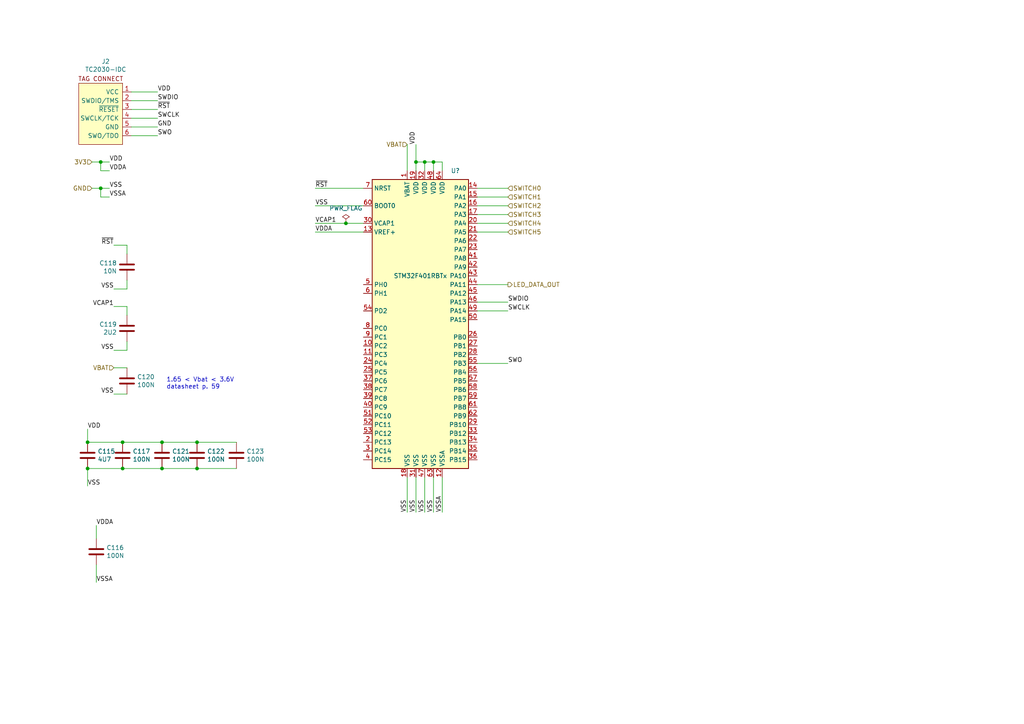
<source format=kicad_sch>
(kicad_sch (version 20211123) (generator eeschema)
  (paper "A4")
  (lib_symbols
    (symbol "Device:C" (pin_numbers hide) (pin_names (offset 0.254))
      (property "Reference" "C" (at 0.635 2.54 0))
      (property "Value" "C" (at 0.635 -2.54 0))
      (symbol "C_0_1"
        (polyline (pts (xy -2.032 -0.762) (xy 2.032 -0.762)) (stroke (width 0.508)))
        (polyline (pts (xy -2.032 0.762) (xy 2.032 0.762)) (stroke (width 0.508)))
      )
      (symbol "C_1_1"
        (pin passive line (at 0 3.81 270) (length 2.794) (name "~") (number "1"))
        (pin passive line (at 0 -3.81 90) (length 2.794) (name "~") (number "2"))
      )
    )
    (symbol "MCU_ST_STM32F4:STM32F401RBTx"
      (property "Reference" "U" (at -15.24 41.91 0))
      (property "Value" "STM32F401RBTx" (at 7.62 41.91 0))
      (symbol "STM32F401RBTx_0_1"
        (rectangle (start -15.24 -43.18) (end 12.7 40.64) (stroke (width 0.254)) (fill (type background)))
      )
      (symbol "STM32F401RBTx_1_1"
        (pin power_in line (at -5.08 43.18 270) (length 2.54) (name "VBAT") (number "1"))
        (pin bidirectional line (at -17.78 -7.62 0) (length 2.54) (name "PC2") (number "10"))
        (pin bidirectional line (at -17.78 -10.16 0) (length 2.54) (name "PC3") (number "11"))
        (pin power_in line (at 5.08 -45.72 90) (length 2.54) (name "VSSA") (number "12"))
        (pin power_in line (at -17.78 25.4 0) (length 2.54) (name "VREF+") (number "13"))
        (pin bidirectional line (at 15.24 38.1 180) (length 2.54) (name "PA0") (number "14"))
        (pin bidirectional line (at 15.24 35.56 180) (length 2.54) (name "PA1") (number "15"))
        (pin bidirectional line (at 15.24 33.02 180) (length 2.54) (name "PA2") (number "16"))
        (pin bidirectional line (at 15.24 30.48 180) (length 2.54) (name "PA3") (number "17"))
        (pin power_in line (at -5.08 -45.72 90) (length 2.54) (name "VSS") (number "18"))
        (pin power_in line (at -2.54 43.18 270) (length 2.54) (name "VDD") (number "19"))
        (pin bidirectional line (at -17.78 -35.56 0) (length 2.54) (name "PC13") (number "2"))
        (pin bidirectional line (at 15.24 27.94 180) (length 2.54) (name "PA4") (number "20"))
        (pin bidirectional line (at 15.24 25.4 180) (length 2.54) (name "PA5") (number "21"))
        (pin bidirectional line (at 15.24 22.86 180) (length 2.54) (name "PA6") (number "22"))
        (pin bidirectional line (at 15.24 20.32 180) (length 2.54) (name "PA7") (number "23"))
        (pin bidirectional line (at -17.78 -12.7 0) (length 2.54) (name "PC4") (number "24"))
        (pin bidirectional line (at -17.78 -15.24 0) (length 2.54) (name "PC5") (number "25"))
        (pin bidirectional line (at 15.24 -5.08 180) (length 2.54) (name "PB0") (number "26"))
        (pin bidirectional line (at 15.24 -7.62 180) (length 2.54) (name "PB1") (number "27"))
        (pin bidirectional line (at 15.24 -10.16 180) (length 2.54) (name "PB2") (number "28"))
        (pin bidirectional line (at 15.24 -30.48 180) (length 2.54) (name "PB10") (number "29"))
        (pin bidirectional line (at -17.78 -38.1 0) (length 2.54) (name "PC14") (number "3"))
        (pin power_in line (at -17.78 27.94 0) (length 2.54) (name "VCAP1") (number "30"))
        (pin power_in line (at -2.54 -45.72 90) (length 2.54) (name "VSS") (number "31"))
        (pin power_in line (at 0 43.18 270) (length 2.54) (name "VDD") (number "32"))
        (pin bidirectional line (at 15.24 -33.02 180) (length 2.54) (name "PB12") (number "33"))
        (pin bidirectional line (at 15.24 -35.56 180) (length 2.54) (name "PB13") (number "34"))
        (pin bidirectional line (at 15.24 -38.1 180) (length 2.54) (name "PB14") (number "35"))
        (pin bidirectional line (at 15.24 -40.64 180) (length 2.54) (name "PB15") (number "36"))
        (pin bidirectional line (at -17.78 -17.78 0) (length 2.54) (name "PC6") (number "37"))
        (pin bidirectional line (at -17.78 -20.32 0) (length 2.54) (name "PC7") (number "38"))
        (pin bidirectional line (at -17.78 -22.86 0) (length 2.54) (name "PC8") (number "39"))
        (pin bidirectional line (at -17.78 -40.64 0) (length 2.54) (name "PC15") (number "4"))
        (pin bidirectional line (at -17.78 -25.4 0) (length 2.54) (name "PC9") (number "40"))
        (pin bidirectional line (at 15.24 17.78 180) (length 2.54) (name "PA8") (number "41"))
        (pin bidirectional line (at 15.24 15.24 180) (length 2.54) (name "PA9") (number "42"))
        (pin bidirectional line (at 15.24 12.7 180) (length 2.54) (name "PA10") (number "43"))
        (pin bidirectional line (at 15.24 10.16 180) (length 2.54) (name "PA11") (number "44"))
        (pin bidirectional line (at 15.24 7.62 180) (length 2.54) (name "PA12") (number "45"))
        (pin bidirectional line (at 15.24 5.08 180) (length 2.54) (name "PA13") (number "46"))
        (pin power_in line (at 0 -45.72 90) (length 2.54) (name "VSS") (number "47"))
        (pin power_in line (at 2.54 43.18 270) (length 2.54) (name "VDD") (number "48"))
        (pin bidirectional line (at 15.24 2.54 180) (length 2.54) (name "PA14") (number "49"))
        (pin input line (at -17.78 10.16 0) (length 2.54) (name "PH0") (number "5"))
        (pin bidirectional line (at 15.24 0 180) (length 2.54) (name "PA15") (number "50"))
        (pin bidirectional line (at -17.78 -27.94 0) (length 2.54) (name "PC10") (number "51"))
        (pin bidirectional line (at -17.78 -30.48 0) (length 2.54) (name "PC11") (number "52"))
        (pin bidirectional line (at -17.78 -33.02 0) (length 2.54) (name "PC12") (number "53"))
        (pin bidirectional line (at -17.78 2.54 0) (length 2.54) (name "PD2") (number "54"))
        (pin bidirectional line (at 15.24 -12.7 180) (length 2.54) (name "PB3") (number "55"))
        (pin bidirectional line (at 15.24 -15.24 180) (length 2.54) (name "PB4") (number "56"))
        (pin bidirectional line (at 15.24 -17.78 180) (length 2.54) (name "PB5") (number "57"))
        (pin bidirectional line (at 15.24 -20.32 180) (length 2.54) (name "PB6") (number "58"))
        (pin bidirectional line (at 15.24 -22.86 180) (length 2.54) (name "PB7") (number "59"))
        (pin input line (at -17.78 7.62 0) (length 2.54) (name "PH1") (number "6"))
        (pin input line (at -17.78 33.02 0) (length 2.54) (name "BOOT0") (number "60"))
        (pin bidirectional line (at 15.24 -25.4 180) (length 2.54) (name "PB8") (number "61"))
        (pin bidirectional line (at 15.24 -27.94 180) (length 2.54) (name "PB9") (number "62"))
        (pin power_in line (at 2.54 -45.72 90) (length 2.54) (name "VSS") (number "63"))
        (pin power_in line (at 5.08 43.18 270) (length 2.54) (name "VDD") (number "64"))
        (pin input line (at -17.78 38.1 0) (length 2.54) (name "NRST") (number "7"))
        (pin bidirectional line (at -17.78 -2.54 0) (length 2.54) (name "PC0") (number "8"))
        (pin bidirectional line (at -17.78 -5.08 0) (length 2.54) (name "PC1") (number "9"))
      )
    )
    (symbol "power:PWR_FLAG" (power) (pin_numbers hide) (pin_names (offset 0) hide)
      (property "Value" "PWR_FLAG" (at 0 3.81 0))
      (symbol "PWR_FLAG_0_0"
        (pin power_out line (at 0 0 90) (length 0) (name "pwr") (number "1"))
      )
      (symbol "PWR_FLAG_0_1"
        (polyline (pts (xy 0 0) (xy 0 1.27) (xy -1.016 1.905) (xy 0 2.54) (xy 1.016 1.905) (xy 0 1.27)))
      )
    )
    (symbol "william_connectors:TC2030-IDC" (pin_names (offset 1.016))
      (property "Reference" "J" (at 10.16 -8.89 0))
      (property "Value" "TC2030-IDC" (at 1.27 -10.16 0))
      (symbol "TC2030-IDC_0_0"
        (text "TAG CONNECT" (at 1.27 10.16 0) (effects (font (size 1.27 1.27))))
      )
      (symbol "TC2030-IDC_0_1"
        (rectangle (start -5.08 -8.89) (end 7.62 8.89) (fill (type background)))
      )
      (symbol "TC2030-IDC_1_1"
        (pin power_in line (at -7.62 6.35 0) (length 2.54) (name "VCC") (number "1"))
        (pin bidirectional line (at -7.62 3.81 0) (length 2.54) (name "SWDIO/TMS") (number "2"))
        (pin output line (at -7.62 1.27 0) (length 2.54) (name "~{RESET}") (number "3"))
        (pin output line (at -7.62 -1.27 0) (length 2.54) (name "SWCLK/TCK") (number "4"))
        (pin power_in line (at -7.62 -3.81 0) (length 2.54) (name "GND") (number "5"))
        (pin input line (at -7.62 -6.35 0) (length 2.54) (name "SWO/TDO") (number "6"))
      )
    )
  )
  (junction (at 46.99 135.89))
  (junction (at 29.21 46.99))
  (junction (at 35.56 135.89))
  (junction (at 35.56 128.27))
  (junction (at 123.19 46.99))
  (junction (at 57.15 135.89))
  (junction (at 125.73 46.99))
  (junction (at 25.4 135.89))
  (junction (at 57.15 128.27))
  (junction (at 100.33 64.77))
  (junction (at 46.99 128.27))
  (junction (at 25.4 128.27))
  (junction (at 120.65 46.99))
  (junction (at 29.21 54.61))
  (wire (pts (xy 118.11 49.53) (xy 118.11 41.91)))
  (wire (pts (xy 147.32 67.31) (xy 138.43 67.31)))
  (wire (pts (xy 38.1 34.29) (xy 45.72 34.29)))
  (wire (pts (xy 25.4 128.27) (xy 35.56 128.27)))
  (wire (pts (xy 35.56 128.27) (xy 46.99 128.27)))
  (wire (pts (xy 57.15 135.89) (xy 46.99 135.89)))
  (wire (pts (xy 33.02 101.6) (xy 36.83 101.6)))
  (wire (pts (xy 46.99 128.27) (xy 57.15 128.27)))
  (wire (pts (xy 147.32 87.63) (xy 138.43 87.63)))
  (wire (pts (xy 100.33 64.77) (xy 105.41 64.77)))
  (wire (pts (xy 123.19 49.53) (xy 123.19 46.99)))
  (wire (pts (xy 27.94 152.4) (xy 27.94 156.21)))
  (wire (pts (xy 138.43 105.41) (xy 147.32 105.41)))
  (wire (pts (xy 33.02 106.68) (xy 36.83 106.68)))
  (wire (pts (xy 147.32 62.23) (xy 138.43 62.23)))
  (wire (pts (xy 33.02 88.9) (xy 36.83 88.9)))
  (wire (pts (xy 147.32 64.77) (xy 138.43 64.77)))
  (wire (pts (xy 29.21 46.99) (xy 29.21 49.53)))
  (wire (pts (xy 33.02 83.82) (xy 36.83 83.82)))
  (wire (pts (xy 36.83 101.6) (xy 36.83 99.06)))
  (wire (pts (xy 120.65 148.59) (xy 120.65 138.43)))
  (wire (pts (xy 91.44 54.61) (xy 105.41 54.61)))
  (wire (pts (xy 120.65 46.99) (xy 120.65 49.53)))
  (wire (pts (xy 29.21 54.61) (xy 26.67 54.61)))
  (wire (pts (xy 147.32 54.61) (xy 138.43 54.61)))
  (wire (pts (xy 33.02 114.3) (xy 36.83 114.3)))
  (wire (pts (xy 27.94 168.91) (xy 27.94 163.83)))
  (wire (pts (xy 128.27 46.99) (xy 128.27 49.53)))
  (wire (pts (xy 25.4 124.46) (xy 25.4 128.27)))
  (wire (pts (xy 45.72 29.21) (xy 38.1 29.21)))
  (wire (pts (xy 25.4 140.97) (xy 25.4 135.89)))
  (wire (pts (xy 29.21 49.53) (xy 31.75 49.53)))
  (wire (pts (xy 38.1 31.75) (xy 45.72 31.75)))
  (wire (pts (xy 125.73 46.99) (xy 128.27 46.99)))
  (wire (pts (xy 91.44 64.77) (xy 100.33 64.77)))
  (wire (pts (xy 45.72 39.37) (xy 38.1 39.37)))
  (wire (pts (xy 29.21 57.15) (xy 31.75 57.15)))
  (wire (pts (xy 147.32 90.17) (xy 138.43 90.17)))
  (wire (pts (xy 31.75 46.99) (xy 29.21 46.99)))
  (wire (pts (xy 36.83 88.9) (xy 36.83 91.44)))
  (wire (pts (xy 91.44 67.31) (xy 105.41 67.31)))
  (wire (pts (xy 26.67 46.99) (xy 29.21 46.99)))
  (wire (pts (xy 118.11 148.59) (xy 118.11 138.43)))
  (wire (pts (xy 123.19 148.59) (xy 123.19 138.43)))
  (wire (pts (xy 33.02 71.12) (xy 36.83 71.12)))
  (wire (pts (xy 36.83 71.12) (xy 36.83 73.66)))
  (wire (pts (xy 128.27 138.43) (xy 128.27 148.59)))
  (wire (pts (xy 68.58 135.89) (xy 57.15 135.89)))
  (wire (pts (xy 120.65 41.91) (xy 120.65 46.99)))
  (wire (pts (xy 31.75 54.61) (xy 29.21 54.61)))
  (wire (pts (xy 57.15 128.27) (xy 68.58 128.27)))
  (wire (pts (xy 147.32 82.55) (xy 138.43 82.55)))
  (wire (pts (xy 147.32 59.69) (xy 138.43 59.69)))
  (wire (pts (xy 45.72 26.67) (xy 38.1 26.67)))
  (wire (pts (xy 38.1 36.83) (xy 45.72 36.83)))
  (wire (pts (xy 125.73 46.99) (xy 125.73 49.53)))
  (wire (pts (xy 46.99 135.89) (xy 35.56 135.89)))
  (wire (pts (xy 125.73 148.59) (xy 125.73 138.43)))
  (wire (pts (xy 29.21 57.15) (xy 29.21 54.61)))
  (wire (pts (xy 123.19 46.99) (xy 120.65 46.99)))
  (wire (pts (xy 36.83 83.82) (xy 36.83 81.28)))
  (wire (pts (xy 91.44 59.69) (xy 105.41 59.69)))
  (wire (pts (xy 123.19 46.99) (xy 125.73 46.99)))
  (wire (pts (xy 35.56 135.89) (xy 25.4 135.89)))
  (wire (pts (xy 147.32 57.15) (xy 138.43 57.15)))
  (text "1.65 < Vbat < 3.6V\ndatasheet p. 59" (at 48.26 113.03 0) (effects (font (size 1.27 1.27)) (justify left bottom)))
  (label "SWDIO" (at 45.72 29.21 0))
  (label "~{RST}" (at 33.02 71.12 180))
  (label "VDDA" (at 27.94 152.4 0))
  (label "VCAP1" (at 91.44 64.77 0))
  (label "SWO" (at 45.72 39.37 0))
  (label "VSS" (at 125.73 148.59 90))
  (label "VSS" (at 25.4 140.97 0))
  (label "SWCLK" (at 147.32 90.17 0))
  (label "VSSA" (at 128.27 148.59 90))
  (label "VSS" (at 33.02 101.6 180))
  (label "VSSA" (at 27.94 168.91 0))
  (label "VDDA" (at 31.75 49.53 0))
  (label "VDD" (at 120.65 41.91 90))
  (label "SWDIO" (at 147.32 87.63 0))
  (label "VDD" (at 25.4 124.46 0))
  (label "VCAP1" (at 33.02 88.9 180))
  (label "VSS" (at 91.44 59.69 0))
  (label "VSS" (at 33.02 114.3 180))
  (label "GND" (at 45.72 36.83 0))
  (label "VSS" (at 120.65 148.59 90))
  (label "VDDA" (at 91.44 67.31 0))
  (label "VDD" (at 45.72 26.67 0))
  (label "~{RST}" (at 91.44 54.61 0))
  (label "SWCLK" (at 45.72 34.29 0))
  (label "VSS" (at 33.02 83.82 180))
  (label "SWO" (at 147.32 105.41 0))
  (label "VSSA" (at 31.75 57.15 0))
  (label "VDD" (at 31.75 46.99 0))
  (label "VSS" (at 123.19 148.59 90))
  (label "VSS" (at 31.75 54.61 0))
  (label "~{RST}" (at 45.72 31.75 0))
  (label "VSS" (at 118.11 148.59 90))
  (hierarchical_label "VBAT" (shape input) (at 33.02 106.68 180))
  (hierarchical_label "3V3" (shape input) (at 26.67 46.99 180))
  (hierarchical_label "SWITCH0" (shape input) (at 147.32 54.61 0))
  (hierarchical_label "LED_DATA_OUT" (shape output) (at 147.32 82.55 0))
  (hierarchical_label "VBAT" (shape input) (at 118.11 41.91 180))
  (hierarchical_label "SWITCH2" (shape input) (at 147.32 59.69 0))
  (hierarchical_label "SWITCH3" (shape input) (at 147.32 62.23 0))
  (hierarchical_label "SWITCH4" (shape input) (at 147.32 64.77 0))
  (hierarchical_label "GND" (shape input) (at 26.67 54.61 180))
  (hierarchical_label "SWITCH1" (shape input) (at 147.32 57.15 0))
  (hierarchical_label "SWITCH5" (shape input) (at 147.32 67.31 0))
  (symbol (lib_id "MCU_ST_STM32F4:STM32F401RBTx") (at 123.19 92.71 0) (unit 1)
    (property "Reference" "U?" (at 132.08 49.53 0))
    (property "Value" "STM32F401RBTx" (at 121.92 80.01 0))
    (property "Footprint" "Package_QFP:LQFP-64_10x10mm_P0.5mm" (effects hide))
    (property "Datasheet" "http://www.st.com/st-web-ui/static/active/en/resource/technical/document/datasheet/DM00086815.pdf" (effects hide))
  )
  (symbol (lib_id "Device:C") (at 36.83 77.47 0) (mirror y) (unit 1)
    (property "Reference" "C118" (at 33.909 76.3016 0) (effects (justify left)))
    (property "Value" "10N" (at 33.909 78.613 0) (effects (justify left)))
    (property "Footprint" "Capacitor_SMD:C_0603_1608Metric" (effects hide))
  )
  (symbol (lib_id "Device:C") (at 35.56 132.08 0) (unit 1)
    (property "Reference" "C117" (at 38.481 130.9116 0) (effects (justify left)))
    (property "Value" "100N" (at 38.481 133.223 0) (effects (justify left)))
    (property "Footprint" "Capacitor_SMD:C_0603_1608Metric" (effects hide))
  )
  (symbol (lib_id "Device:C") (at 25.4 132.08 0) (unit 1)
    (property "Reference" "C115" (at 28.321 130.9116 0) (effects (justify left)))
    (property "Value" "4U7" (at 28.321 133.223 0) (effects (justify left)))
    (property "Footprint" "Capacitor_SMD:C_0603_1608Metric" (effects hide))
  )
  (symbol (lib_id "Device:C") (at 46.99 132.08 0) (unit 1)
    (property "Reference" "C121" (at 49.911 130.9116 0) (effects (justify left)))
    (property "Value" "100N" (at 49.911 133.223 0) (effects (justify left)))
    (property "Footprint" "Capacitor_SMD:C_0603_1608Metric" (effects hide))
  )
  (symbol (lib_id "Device:C") (at 27.94 160.02 0) (unit 1)
    (property "Reference" "C116" (at 30.861 158.8516 0) (effects (justify left)))
    (property "Value" "100N" (at 30.861 161.163 0) (effects (justify left)))
    (property "Footprint" "Capacitor_SMD:C_0603_1608Metric" (effects hide))
  )
  (symbol (lib_id "william_connectors:TC2030-IDC") (at 30.48 33.02 0) (mirror y) (unit 1)
    (property "Reference" "J2" (at 30.6578 17.8308 0))
    (property "Value" "TC2030-IDC" (at 30.6578 20.1422 0))
    (property "Footprint" "Connector:Tag-Connect_TC2030-IDC-FP_2x03_P1.27mm_Vertical" (effects hide))
    (property "Datasheet" "http://www.tag-connect.com/Materials/TC2030-IDC.pdf" (effects hide))
  )
  (symbol (lib_id "Device:C") (at 36.83 95.25 0) (mirror y) (unit 1)
    (property "Reference" "C119" (at 33.909 94.0816 0) (effects (justify left)))
    (property "Value" "2U2" (at 33.909 96.393 0) (effects (justify left)))
    (property "Footprint" "Capacitor_SMD:C_0603_1608Metric" (effects hide))
  )
  (symbol (lib_id "Device:C") (at 57.15 132.08 0) (unit 1)
    (property "Reference" "C122" (at 60.071 130.9116 0) (effects (justify left)))
    (property "Value" "100N" (at 60.071 133.223 0) (effects (justify left)))
    (property "Footprint" "Capacitor_SMD:C_0603_1608Metric" (effects hide))
  )
  (symbol (lib_id "Device:C") (at 68.58 132.08 0) (unit 1)
    (property "Reference" "C123" (at 71.501 130.9116 0) (effects (justify left)))
    (property "Value" "100N" (at 71.501 133.223 0) (effects (justify left)))
    (property "Footprint" "Capacitor_SMD:C_0603_1608Metric" (effects hide))
  )
  (symbol (lib_id "Device:C") (at 36.83 110.49 0) (unit 1)
    (property "Reference" "C120" (at 39.751 109.3216 0) (effects (justify left)))
    (property "Value" "100N" (at 39.751 111.633 0) (effects (justify left)))
    (property "Footprint" "Capacitor_SMD:C_0603_1608Metric" (effects hide))
  )
  (symbol (lib_id "power:PWR_FLAG") (at 100.33 64.77 0) (unit 1)
    (property "Reference" "#FLG01" (effects hide))
    (property "Value" "PWR_FLAG" (at 100.33 60.3758 0))
  )
)
</source>
